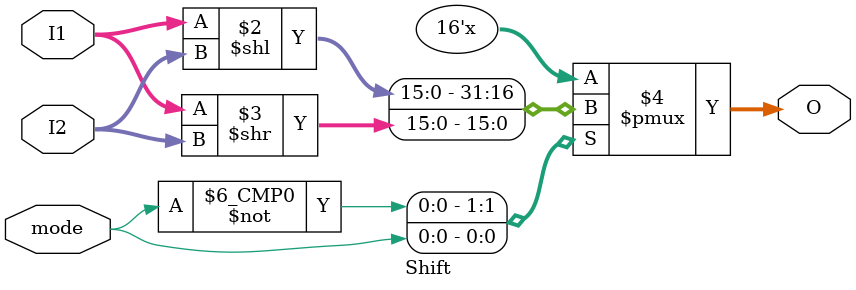
<source format=v>
module Shift(
input [15:0]I1,
input [15:0]I2,
input mode,
output reg [15:0]O
);
always@(I1,I2,mode)
begin
case(mode)
	0:O=I1<<I2;
	1:O=I1>>I2;
endcase
end
endmodule
</source>
